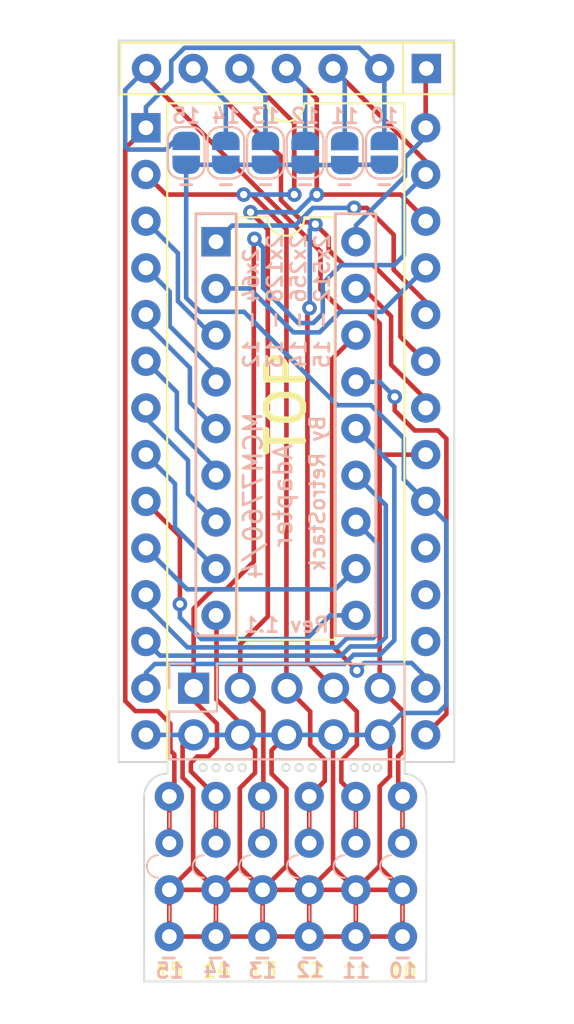
<source format=kicad_pcb>
(kicad_pcb (version 20221018) (generator pcbnew)
  (title_block (title "MCM776x Character Generator Adapter") (date "2024-03-05") (rev "Rev 1.1") (company "Marcel Erz"))
  (layers (0 "F.Cu" signal) (31 "B.Cu" signal) (34 "B.Paste" user) (35 "F.Paste" user) (36 "B.SilkS" user "B.Silkscreen") (37 "F.SilkS" user "F.Silkscreen") (38 "B.Mask" user) (39 "F.Mask" user) (44 "Edge.Cuts" user))
  (net 0 "")
  (net 1 "/A9")
  (net 2 "/A8")
  (net 3 "/A7")
  (net 4 "/A6")
  (net 5 "/A5")
  (net 6 "/A4")
  (net 7 "/A3")
  (net 8 "/A2")
  (net 9 "GND")
  (net 10 "/A1")
  (net 11 "/A0")
  (net 12 "/D0")
  (net 13 "/D1")
  (net 14 "/D2")
  (net 15 "/D3")
  (net 16 "/D4")
  (net 17 "/~{CS}")
  (net 18 "+5V")
  (net 19 "/A10")
  (net 20 "/A11")
  (net 21 "/A12")
  (net 22 "/A13")
  (net 23 "/A14")
  (net 27 "/A15")
  (footprint "Package_DIP:DIP-18_W7.62mm" (layer "F.Cu") (at 118.9736 84.4804)
    (fp_text reference "U1" hide)
    (fp_text value "Conn_02x09_Counter_Clockwise")
    (pad "1" thru_hole rect (at 0 0) (size 1.6 1.6) (drill 0.8) (layers "*.Cu" "*.Mask") (net 1 "/A9"))
    (pad "2" thru_hole oval (at 0 2.54) (size 1.6 1.6) (drill 0.8) (layers "*.Cu" "*.Mask") (net 2 "/A8"))
    (pad "3" thru_hole oval (at 0 5.08) (size 1.6 1.6) (drill 0.8) (layers "*.Cu" "*.Mask") (net 3 "/A7"))
    (pad "4" thru_hole oval (at 0 7.62) (size 1.6 1.6) (drill 0.8) (layers "*.Cu" "*.Mask") (net 4 "/A6"))
    (pad "5" thru_hole oval (at 0 10.16) (size 1.6 1.6) (drill 0.8) (layers "*.Cu" "*.Mask") (net 5 "/A5"))
    (pad "6" thru_hole oval (at 0 12.7) (size 1.6 1.6) (drill 0.8) (layers "*.Cu" "*.Mask") (net 6 "/A4"))
    (pad "7" thru_hole oval (at 0 15.24) (size 1.6 1.6) (drill 0.8) (layers "*.Cu" "*.Mask") (net 7 "/A3"))
    (pad "8" thru_hole oval (at 0 17.78) (size 1.6 1.6) (drill 0.8) (layers "*.Cu" "*.Mask") (net 8 "/A2"))
    (pad "9" thru_hole oval (at 0 20.32) (size 1.6 1.6) (drill 0.8) (layers "*.Cu" "*.Mask") (net 9 "GND"))
    (pad "10" thru_hole oval (at 7.62 20.32) (size 1.6 1.6) (drill 0.8) (layers "*.Cu" "*.Mask") (net 10 "/A1"))
    (pad "11" thru_hole oval (at 7.62 17.78) (size 1.6 1.6) (drill 0.8) (layers "*.Cu" "*.Mask") (net 11 "/A0"))
    (pad "12" thru_hole oval (at 7.62 15.24) (size 1.6 1.6) (drill 0.8) (layers "*.Cu" "*.Mask") (net 12 "/D0"))
    (pad "13" thru_hole oval (at 7.62 12.7) (size 1.6 1.6) (drill 0.8) (layers "*.Cu" "*.Mask") (net 13 "/D1"))
    (pad "14" thru_hole oval (at 7.62 10.16) (size 1.6 1.6) (drill 0.8) (layers "*.Cu" "*.Mask") (net 14 "/D2"))
    (pad "15" thru_hole oval (at 7.62 7.62) (size 1.6 1.6) (drill 0.8) (layers "*.Cu" "*.Mask") (net 15 "/D3"))
    (pad "16" thru_hole oval (at 7.62 5.08) (size 1.6 1.6) (drill 0.8) (layers "*.Cu" "*.Mask") (net 16 "/D4"))
    (pad "17" thru_hole oval (at 7.62 2.54) (size 1.6 1.6) (drill 0.8) (layers "*.Cu" "*.Mask") (net 17 "/~{CS}"))
    (pad "18" thru_hole oval (at 7.62 0) (size 1.6 1.6) (drill 0.8) (layers "*.Cu" "*.Mask") (net 18 "+5V"))
  )
  (footprint "Package_DIP:DIP-28_W15.24mm" (layer "F.Cu") (at 115.154 78.281)
    (fp_text reference "U2" hide)
    (fp_text value "27512")
    (pad "1" thru_hole rect (at 0 0) (size 1.6 1.6) (drill 0.8) (layers "*.Cu" "*.Mask") (net 27 "/A15"))
    (pad "2" thru_hole oval (at 0 2.54) (size 1.6 1.6) (drill 0.8) (layers "*.Cu" "*.Mask") (net 21 "/A12"))
    (pad "3" thru_hole oval (at 0 5.08) (size 1.6 1.6) (drill 0.8) (layers "*.Cu" "*.Mask") (net 3 "/A7"))
    (pad "4" thru_hole oval (at 0 7.62) (size 1.6 1.6) (drill 0.8) (layers "*.Cu" "*.Mask") (net 4 "/A6"))
    (pad "5" thru_hole oval (at 0 10.16) (size 1.6 1.6) (drill 0.8) (layers "*.Cu" "*.Mask") (net 5 "/A5"))
    (pad "6" thru_hole oval (at 0 12.7) (size 1.6 1.6) (drill 0.8) (layers "*.Cu" "*.Mask") (net 6 "/A4"))
    (pad "7" thru_hole oval (at 0 15.24) (size 1.6 1.6) (drill 0.8) (layers "*.Cu" "*.Mask") (net 7 "/A3"))
    (pad "8" thru_hole oval (at 0 17.78) (size 1.6 1.6) (drill 0.8) (layers "*.Cu" "*.Mask") (net 8 "/A2"))
    (pad "9" thru_hole oval (at 0 20.32) (size 1.6 1.6) (drill 0.8) (layers "*.Cu" "*.Mask") (net 10 "/A1"))
    (pad "10" thru_hole oval (at 0 22.86) (size 1.6 1.6) (drill 0.8) (layers "*.Cu" "*.Mask") (net 11 "/A0"))
    (pad "11" thru_hole oval (at 0 25.4) (size 1.6 1.6) (drill 0.8) (layers "*.Cu" "*.Mask") (net 12 "/D0"))
    (pad "12" thru_hole oval (at 0 27.94) (size 1.6 1.6) (drill 0.8) (layers "*.Cu" "*.Mask") (net 13 "/D1"))
    (pad "13" thru_hole oval (at 0 30.48) (size 1.6 1.6) (drill 0.8) (layers "*.Cu" "*.Mask") (net 14 "/D2"))
    (pad "14" thru_hole oval (at 0 33.02) (size 1.6 1.6) (drill 0.8) (layers "*.Cu" "*.Mask") (net 9 "GND"))
    (pad "15" thru_hole oval (at 15.24 33.02) (size 1.6 1.6) (drill 0.8) (layers "*.Cu" "*.Mask") (net 15 "/D3"))
    (pad "16" thru_hole oval (at 15.24 30.48) (size 1.6 1.6) (drill 0.8) (layers "*.Cu" "*.Mask") (net 16 "/D4"))
    (pad "17" thru_hole oval (at 15.24 27.94) (size 1.6 1.6) (drill 0.8) (layers "*.Cu" "*.Mask"))
    (pad "18" thru_hole oval (at 15.24 25.4) (size 1.6 1.6) (drill 0.8) (layers "*.Cu" "*.Mask"))
    (pad "19" thru_hole oval (at 15.24 22.86) (size 1.6 1.6) (drill 0.8) (layers "*.Cu" "*.Mask"))
    (pad "20" thru_hole oval (at 15.24 20.32) (size 1.6 1.6) (drill 0.8) (layers "*.Cu" "*.Mask") (net 9 "GND"))
    (pad "21" thru_hole oval (at 15.24 17.78) (size 1.6 1.6) (drill 0.8) (layers "*.Cu" "*.Mask") (net 19 "/A10"))
    (pad "22" thru_hole oval (at 15.24 15.24) (size 1.6 1.6) (drill 0.8) (layers "*.Cu" "*.Mask") (net 17 "/~{CS}"))
    (pad "23" thru_hole oval (at 15.24 12.7) (size 1.6 1.6) (drill 0.8) (layers "*.Cu" "*.Mask") (net 20 "/A11"))
    (pad "24" thru_hole oval (at 15.24 10.16) (size 1.6 1.6) (drill 0.8) (layers "*.Cu" "*.Mask") (net 1 "/A9"))
    (pad "25" thru_hole oval (at 15.24 7.62) (size 1.6 1.6) (drill 0.8) (layers "*.Cu" "*.Mask") (net 2 "/A8"))
    (pad "26" thru_hole oval (at 15.24 5.08) (size 1.6 1.6) (drill 0.8) (layers "*.Cu" "*.Mask") (net 22 "/A13"))
    (pad "27" thru_hole oval (at 15.24 2.54) (size 1.6 1.6) (drill 0.8) (layers "*.Cu" "*.Mask") (net 23 "/A14"))
    (pad "28" thru_hole oval (at 15.24 0) (size 1.6 1.6) (drill 0.8) (layers "*.Cu" "*.Mask") (net 18 "+5V"))
  )
  (footprint "Resistor_THT:R_Array_SIP7" (layer "F.Cu") (at 130.429 75.057 180)
    (fp_text reference "RN1" hide)
    (fp_text value "R_Network06")
    (pad "1" thru_hole rect (at 0 0 180) (size 1.6 1.6) (drill 0.8) (layers "*.Cu" "*.Mask") (net 18 "+5V"))
    (pad "2" thru_hole oval (at 2.54 0 180) (size 1.6 1.6) (drill 0.8) (layers "*.Cu" "*.Mask") (net 27 "/A15"))
    (pad "3" thru_hole oval (at 5.08 0 180) (size 1.6 1.6) (drill 0.8) (layers "*.Cu" "*.Mask") (net 23 "/A14"))
    (pad "4" thru_hole oval (at 7.62 0 180) (size 1.6 1.6) (drill 0.8) (layers "*.Cu" "*.Mask") (net 22 "/A13"))
    (pad "5" thru_hole oval (at 10.16 0 180) (size 1.6 1.6) (drill 0.8) (layers "*.Cu" "*.Mask") (net 21 "/A12"))
    (pad "6" thru_hole oval (at 12.7 0 180) (size 1.6 1.6) (drill 0.8) (layers "*.Cu" "*.Mask") (net 20 "/A11"))
    (pad "7" thru_hole oval (at 15.24 0 180) (size 1.6 1.6) (drill 0.8) (layers "*.Cu" "*.Mask") (net 19 "/A10"))
  )
  (footprint "RetroStackLibrary:SolderJumper_2_Open_RoundedPad" (layer "B.Cu") (at 121.666 79.644 90)
    (fp_text reference "JP4" hide)
    (fp_text value "SolderJumper_2_Open")
    (pad "1" smd custom (at -0.65 0 90) (size 1 0.5) (layers "B.Cu" "B.Mask") (net 9 "GND") (options (clearance outline) (anchor rect)) (primitives (gr_circle (center 0 -0.25) (end 0.5 -0.25) (width 0) (fill yes)) (gr_circle (center 0 0.25) (end 0.5 0.25) (width 0) (fill yes)) (gr_poly (pts (xy 0.5 -0.75) (xy 0 -0.75) (xy 0 0.75) (xy 0.5 0.75)) (width 0) (fill yes))))
    (pad "2" smd custom (at 0.65 0 90) (size 1 0.5) (layers "B.Cu" "B.Mask") (net 21 "/A12") (options (clearance outline) (anchor rect)) (primitives (gr_circle (center 0 -0.25) (end 0.5 -0.25) (width 0) (fill yes)) (gr_circle (center 0 0.25) (end 0.5 0.25) (width 0) (fill yes)) (gr_poly (pts (xy 0 -0.75) (xy -0.5 -0.75) (xy -0.5 0.75) (xy 0 0.75)) (width 0) (fill yes))))
  )
  (footprint "RetroStackLibrary:SolderJumper_2_Open_RoundedPad" (layer "B.Cu") (at 128.143 79.644 90)
    (fp_text reference "JP1" hide)
    (fp_text value "SolderJumper_2_Open")
    (pad "1" smd custom (at -0.65 0 90) (size 1 0.5) (layers "B.Cu" "B.Mask") (net 9 "GND") (options (clearance outline) (anchor rect)) (primitives (gr_circle (center 0 -0.25) (end 0.5 -0.25) (width 0) (fill yes)) (gr_circle (center 0 0.25) (end 0.5 0.25) (width 0) (fill yes)) (gr_poly (pts (xy 0.5 -0.75) (xy 0 -0.75) (xy 0 0.75) (xy 0.5 0.75)) (width 0) (fill yes))))
    (pad "2" smd custom (at 0.65 0 90) (size 1 0.5) (layers "B.Cu" "B.Mask") (net 27 "/A15") (options (clearance outline) (anchor rect)) (primitives (gr_circle (center 0 -0.25) (end 0.5 -0.25) (width 0) (fill yes)) (gr_circle (center 0 0.25) (end 0.5 0.25) (width 0) (fill yes)) (gr_poly (pts (xy 0 -0.75) (xy -0.5 -0.75) (xy -0.5 0.75) (xy 0 0.75)) (width 0) (fill yes))))
  )
  (footprint "Connector_PinHeader_2.54mm:PinHeader_2x05_P2.54mm_Vertical" (layer "B.Cu") (at 117.7544 108.7628 -90)
    (fp_text reference "J1" hide)
    (fp_text value "Conn_02x05_Odd_Even")
    (pad "1" thru_hole rect (at 0 0 270) (size 1.7 1.7) (drill 1) (layers "*.Cu" "*.Mask") (net 23 "/A14"))
    (pad "2" thru_hole oval (at 2.54 0 270) (size 1.7 1.7) (drill 1) (layers "*.Cu" "*.Mask") (net 9 "GND"))
    (pad "3" thru_hole oval (at 0 -2.54 270) (size 1.7 1.7) (drill 1) (layers "*.Cu" "*.Mask") (net 22 "/A13"))
    (pad "4" thru_hole oval (at 2.54 -2.54 270) (size 1.7 1.7) (drill 1) (layers "*.Cu" "*.Mask") (net 9 "GND"))
    (pad "5" thru_hole oval (at 0 -5.08 270) (size 1.7 1.7) (drill 1) (layers "*.Cu" "*.Mask") (net 21 "/A12"))
    (pad "6" thru_hole oval (at 2.54 -5.08 270) (size 1.7 1.7) (drill 1) (layers "*.Cu" "*.Mask") (net 9 "GND"))
    (pad "7" thru_hole oval (at 0 -7.62 270) (size 1.7 1.7) (drill 1) (layers "*.Cu" "*.Mask") (net 20 "/A11"))
    (pad "8" thru_hole oval (at 2.54 -7.62 270) (size 1.7 1.7) (drill 1) (layers "*.Cu" "*.Mask") (net 9 "GND"))
    (pad "9" thru_hole oval (at 0 -10.16 270) (size 1.7 1.7) (drill 1) (layers "*.Cu" "*.Mask") (net 19 "/A10"))
    (pad "10" thru_hole oval (at 2.54 -10.16 270) (size 1.7 1.7) (drill 1) (layers "*.Cu" "*.Mask") (net 9 "GND"))
  )
  (footprint "RetroStackLibrary:SolderJumper_2_Open_RoundedPad" (layer "B.Cu") (at 119.507 79.644 90)
    (fp_text reference "JP5" hide)
    (fp_text value "SolderJumper_2_Open")
    (pad "1" smd custom (at -0.65 0 90) (size 1 0.5) (layers "B.Cu" "B.Mask") (net 9 "GND") (options (clearance outline) (anchor rect)) (primitives (gr_circle (center 0 -0.25) (end 0.5 -0.25) (width 0) (fill yes)) (gr_circle (center 0 0.25) (end 0.5 0.25) (width 0) (fill yes)) (gr_poly (pts (xy 0.5 -0.75) (xy 0 -0.75) (xy 0 0.75) (xy 0.5 0.75)) (width 0) (fill yes))))
    (pad "2" smd custom (at 0.65 0 90) (size 1 0.5) (layers "B.Cu" "B.Mask") (net 20 "/A11") (options (clearance outline) (anchor rect)) (primitives (gr_circle (center 0 -0.25) (end 0.5 -0.25) (width 0) (fill yes)) (gr_circle (center 0 0.25) (end 0.5 0.25) (width 0) (fill yes)) (gr_poly (pts (xy 0 -0.75) (xy -0.5 -0.75) (xy -0.5 0.75) (xy 0 0.75)) (width 0) (fill yes))))
  )
  (footprint "RetroStackLibrary:SolderJumper_2_Open_RoundedPad" (layer "B.Cu") (at 125.984 79.659 90)
    (fp_text reference "JP2" hide)
    (fp_text value "SolderJumper_2_Open")
    (pad "1" smd custom (at -0.65 0 90) (size 1 0.5) (layers "B.Cu" "B.Mask") (net 9 "GND") (options (clearance outline) (anchor rect)) (primitives (gr_circle (center 0 -0.25) (end 0.5 -0.25) (width 0) (fill yes)) (gr_circle (center 0 0.25) (end 0.5 0.25) (width 0) (fill yes)) (gr_poly (pts (xy 0.5 -0.75) (xy 0 -0.75) (xy 0 0.75) (xy 0.5 0.75)) (width 0) (fill yes))))
    (pad "2" smd custom (at 0.65 0 90) (size 1 0.5) (layers "B.Cu" "B.Mask") (net 23 "/A14") (options (clearance outline) (anchor rect)) (primitives (gr_circle (center 0 -0.25) (end 0.5 -0.25) (width 0) (fill yes)) (gr_circle (center 0 0.25) (end 0.5 0.25) (width 0) (fill yes)) (gr_poly (pts (xy 0 -0.75) (xy -0.5 -0.75) (xy -0.5 0.75) (xy 0 0.75)) (width 0) (fill yes))))
  )
  (footprint "RetroStackLibrary:DIPJumper_6" (layer "B.Cu") (at 116.43 114.65 -90)
    (fp_text reference "J2" hide)
    (fp_text value "Conn_02x06_Odd_Even")
    (pad "1" thru_hole circle (at 0 0 270) (size 1.6 1.6) (drill 0.8) (layers "*.Cu" "*.Mask") (net 27 "/A15"))
    (pad "1" thru_hole circle (at 2.54 0 270) (size 1.524 1.524) (drill 0.762) (layers "*.Cu" "*.Mask") (net 27 "/A15"))
    (pad "2" thru_hole oval (at 5.08 0 270) (size 1.6 1.6) (drill 0.8) (layers "*.Cu" "*.Mask") (net 9 "GND"))
    (pad "2" thru_hole oval (at 7.62 0 270) (size 1.6 1.6) (drill 0.8) (layers "*.Cu" "*.Mask") (net 9 "GND"))
    (pad "3" thru_hole oval (at 0 -2.54 270) (size 1.6 1.6) (drill 0.8) (layers "*.Cu" "*.Mask") (net 23 "/A14"))
    (pad "3" thru_hole oval (at 2.54 -2.54 270) (size 1.6 1.6) (drill 0.8) (layers "*.Cu" "*.Mask") (net 23 "/A14"))
    (pad "4" thru_hole oval (at 5.08 -2.54 270) (size 1.6 1.6) (drill 0.8) (layers "*.Cu" "*.Mask") (net 9 "GND"))
    (pad "4" thru_hole oval (at 7.62 -2.54 270) (size 1.6 1.6) (drill 0.8) (layers "*.Cu" "*.Mask") (net 9 "GND"))
    (pad "5" thru_hole oval (at 0 -5.08 270) (size 1.6 1.6) (drill 0.8) (layers "*.Cu" "*.Mask") (net 22 "/A13"))
    (pad "5" thru_hole oval (at 2.54 -5.08 270) (size 1.6 1.6) (drill 0.8) (layers "*.Cu" "*.Mask") (net 22 "/A13"))
    (pad "6" thru_hole oval (at 5.08 -5.08 270) (size 1.6 1.6) (drill 0.8) (layers "*.Cu" "*.Mask") (net 9 "GND"))
    (pad "6" thru_hole oval (at 7.62 -5.08 270) (size 1.6 1.6) (drill 0.8) (layers "*.Cu" "*.Mask") (net 9 "GND"))
    (pad "7" thru_hole oval (at 0 -7.62 270) (size 1.6 1.6) (drill 0.8) (layers "*.Cu" "*.Mask") (net 21 "/A12"))
    (pad "7" thru_hole oval (at 2.54 -7.62 270) (size 1.6 1.6) (drill 0.8) (layers "*.Cu" "*.Mask") (net 21 "/A12"))
    (pad "8" thru_hole oval (at 5.08 -7.62 270) (size 1.6 1.6) (drill 0.8) (layers "*.Cu" "*.Mask") (net 9 "GND"))
    (pad "8" thru_hole oval (at 7.62 -7.62 270) (size 1.6 1.6) (drill 0.8) (layers "*.Cu" "*.Mask") (net 9 "GND"))
    (pad "9" thru_hole oval (at 0 -10.16 270) (size 1.6 1.6) (drill 0.8) (layers "*.Cu" "*.Mask") (net 20 "/A11"))
    (pad "9" thru_hole oval (at 2.54 -10.16 270) (size 1.6 1.6) (drill 0.8) (layers "*.Cu" "*.Mask") (net 20 "/A11"))
    (pad "10" thru_hole oval (at 5.08 -10.16 270) (size 1.6 1.6) (drill 0.8) (layers "*.Cu" "*.Mask") (net 9 "GND"))
    (pad "10" thru_hole oval (at 7.62 -10.16 270) (size 1.6 1.6) (drill 0.8) (layers "*.Cu" "*.Mask") (net 9 "GND"))
    (pad "11" thru_hole oval (at 0 -12.7 270) (size 1.6 1.6) (drill 0.8) (layers "*.Cu" "*.Mask") (net 19 "/A10"))
    (pad "11" thru_hole oval (at 2.54 -12.7 270) (size 1.6 1.6) (drill 0.8) (layers "*.Cu" "*.Mask") (net 19 "/A10"))
    (pad "12" thru_hole oval (at 5.08 -12.7 270) (size 1.6 1.6) (drill 0.8) (layers "*.Cu" "*.Mask") (net 9 "GND"))
    (pad "12" thru_hole oval (at 7.62 -12.7 270) (size 1.6 1.6) (drill 0.8) (layers "*.Cu" "*.Mask") (net 9 "GND"))
  )
  (footprint "RetroStackLibrary:SolderJumper_2_Open_RoundedPad" (layer "B.Cu") (at 117.348 79.644 90)
    (fp_text reference "JP6" hide)
    (fp_text value "SolderJumper_2_Open")
    (pad "1" smd custom (at -0.65 0 90) (size 1 0.5) (layers "B.Cu" "B.Mask") (net 9 "GND") (options (clearance outline) (anchor rect)) (primitives (gr_circle (center 0 -0.25) (end 0.5 -0.25) (width 0) (fill yes)) (gr_circle (center 0 0.25) (end 0.5 0.25) (width 0) (fill yes)) (gr_poly (pts (xy 0.5 -0.75) (xy 0 -0.75) (xy 0 0.75) (xy 0.5 0.75)) (width 0) (fill yes))))
    (pad "2" smd custom (at 0.65 0 90) (size 1 0.5) (layers "B.Cu" "B.Mask") (net 19 "/A10") (options (clearance outline) (anchor rect)) (primitives (gr_circle (center 0 -0.25) (end 0.5 -0.25) (width 0) (fill yes)) (gr_circle (center 0 0.25) (end 0.5 0.25) (width 0) (fill yes)) (gr_poly (pts (xy 0 -0.75) (xy -0.5 -0.75) (xy -0.5 0.75) (xy 0 0.75)) (width 0) (fill yes))))
  )
  (footprint "RetroStackLibrary:SolderJumper_2_Open_RoundedPad" (layer "B.Cu") (at 123.825 79.644 90)
    (fp_text reference "JP3" hide)
    (fp_text value "SolderJumper_2_Open")
    (pad "1" smd custom (at -0.65 0 90) (size 1 0.5) (layers "B.Cu" "B.Mask") (net 9 "GND") (options (clearance outline) (anchor rect)) (primitives (gr_circle (center 0 -0.25) (end 0.5 -0.25) (width 0) (fill yes)) (gr_circle (center 0 0.25) (end 0.5 0.25) (width 0) (fill yes)) (gr_poly (pts (xy 0.5 -0.75) (xy 0 -0.75) (xy 0 0.75) (xy 0.5 0.75)) (width 0) (fill yes))))
    (pad "2" smd custom (at 0.65 0 90) (size 1 0.5) (layers "B.Cu" "B.Mask") (net 22 "/A13") (options (clearance outline) (anchor rect)) (primitives (gr_circle (center 0 -0.25) (end 0.5 -0.25) (width 0) (fill yes)) (gr_circle (center 0 0.25) (end 0.5 0.25) (width 0) (fill yes)) (gr_poly (pts (xy 0 -0.75) (xy -0.5 -0.75) (xy -0.5 0.75) (xy 0 0.75)) (width 0) (fill yes))))
  )
  (gr_rect (start 117.876 82.9564) (end 120.076 105.9064) (stroke (width 0.15)) (fill none) (layer "B.SilkS"))
  (gr_rect (start 125.476 82.9564) (end 127.676 105.9064) (stroke (width 0.15)) (fill none) (layer "B.SilkS"))
  (gr_circle (center 118.9736 113.0808) (end 119.1736 113.0808) (stroke (width 0.1)) (fill none) (layer "Edge.Cuts"))
  (gr_line (start 113.665 73.533) (end 131.953 73.533) (stroke (width 0.1)) (layer "Edge.Cuts"))
  (gr_arc (start 129.25 113.411) (mid 130.097307 113.816099) (end 130.441233 114.690026) (stroke (width 0.1)) (layer "Edge.Cuts"))
  (gr_circle (center 119.6848 113.0808) (end 119.8848 113.0808) (stroke (width 0.1)) (fill none) (layer "Edge.Cuts"))
  (gr_line (start 113.665 112.776) (end 113.665 73.533) (stroke (width 0.1)) (layer "Edge.Cuts"))
  (gr_circle (center 120.396 113.0935) (end 120.596 113.0935) (stroke (width 0.1)) (fill none) (layer "Edge.Cuts"))
  (gr_circle (center 123.4948 113.0808) (end 123.6948 113.0808) (stroke (width 0.1)) (fill none) (layer "Edge.Cuts"))
  (gr_circle (center 127.762 113.0935) (end 127.962 113.0935) (stroke (width 0.1)) (fill none) (layer "Edge.Cuts"))
  (gr_line (start 130.438026 114.690026) (end 130.429 124.714) (stroke (width 0.1)) (layer "Edge.Cuts"))
  (gr_line (start 131.953 112.776) (end 129.25 112.776) (stroke (width 0.1)) (layer "Edge.Cuts"))
  (gr_line (start 115.052974 114.690026) (end 115.062 124.714) (stroke (width 0.1)) (layer "Edge.Cuts"))
  (gr_circle (center 124.206 113.0808) (end 124.406 113.0808) (stroke (width 0.1)) (fill none) (layer "Edge.Cuts"))
  (gr_arc (start 115.052974 114.690026) (mid 115.427592 113.785618) (end 116.332 113.411) (stroke (width 0.1)) (layer "Edge.Cuts"))
  (gr_line (start 113.665 112.776) (end 116.332 112.776) (stroke (width 0.1)) (layer "Edge.Cuts"))
  (gr_circle (center 118.2624 113.0808) (end 118.4624 113.0808) (stroke (width 0.1)) (fill none) (layer "Edge.Cuts"))
  (gr_line (start 131.953 73.533) (end 131.953 112.776) (stroke (width 0.1)) (layer "Edge.Cuts"))
  (gr_circle (center 126.492 113.0808) (end 126.692 113.0808) (stroke (width 0.1)) (fill none) (layer "Edge.Cuts"))
  (gr_circle (center 127.1524 113.0808) (end 127.3524 113.0808) (stroke (width 0.1)) (fill none) (layer "Edge.Cuts"))
  (gr_line (start 129.25 112.776) (end 129.25 113.411) (stroke (width 0.1)) (layer "Edge.Cuts"))
  (gr_line (start 115.062 124.714) (end 130.429 124.714) (stroke (width 0.1)) (layer "Edge.Cuts"))
  (gr_line (start 116.332 112.776) (end 116.332 113.411) (stroke (width 0.1)) (layer "Edge.Cuts"))
  (gr_circle (center 122.7836 113.0808) (end 122.9836 113.0808) (stroke (width 0.1)) (fill none) (layer "Edge.Cuts"))
  (gr_text "14" (at 119.05 124.55) (layer "B.SilkS") (effects (font (size 0.8 0.8)) (justify bottom mirror)))
  (gr_text "-" (at 119.507 81.788) (layer "B.SilkS") (effects (font (size 0.8 0.8)) (justify bottom mirror)))
  (gr_text "-" (at 116.4 123.85) (layer "B.SilkS") (effects (font (size 0.8 0.8)) (justify bottom mirror)))
  (gr_text "11" (at 126.6 124.6) (layer "B.SilkS") (effects (font (size 0.8 0.8)) (justify bottom mirror)))
  (gr_text "13" (at 121.5 124.6) (layer "B.SilkS") (effects (font (size 0.8 0.8)) (justify bottom mirror)))
  (gr_text "15" (at 117.348 78.102) (layer "B.SilkS") (effects (font (size 0.8 0.8)) (justify bottom mirror)))
  (gr_text "-" (at 121.5 123.85) (layer "B.SilkS") (effects (font (size 0.8 0.8)) (justify bottom mirror)))
  (gr_text "-" (at 129.15 123.85) (layer "B.SilkS") (effects (font (size 0.8 0.8)) (justify bottom mirror)))
  (gr_text "-" (at 117.348 81.788) (layer "B.SilkS") (effects (font (size 0.8 0.8)) (justify bottom mirror)))
  (gr_text "- 12\n- 13\n- 14\n- 15" (at 125.222 88.138 90) (layer "B.SilkS") (effects (font (size 0.8 0.8)) (justify left bottom mirror)))
  (gr_text "-" (at 118.95 123.85) (layer "B.SilkS") (effects (font (size 0.8 0.8)) (justify bottom mirror)))
  (gr_text "11" (at 125.984 78.117) (layer "B.SilkS") (effects (font (size 0.8 0.8)) (justify bottom mirror)))
  (gr_text "-" (at 121.666 81.788) (layer "B.SilkS") (effects (font (size 0.8 0.8)) (justify bottom mirror)))
  (gr_text "-" (at 128.143 81.788) (layer "B.SilkS") (effects (font (size 0.8 0.8)) (justify bottom mirror)))
  (gr_text "10" (at 129.15 124.6) (layer "B.SilkS") (effects (font (size 0.8 0.8)) (justify bottom mirror)))
  (gr_text "2x64\n2x128\n2x256\n2x512" (at 125.222 87.884 90) (layer "B.SilkS") (effects (font (size 0.8 0.8)) (justify right bottom mirror)))
  (gr_text "Rev 1.1" (at 122.809 105.791) (layer "B.SilkS") (effects (font (size 0.8 0.8)) (justify bottom mirror)))
  (gr_text "MCM7760/4\nAdapter" (at 123.19 98.298 90) (layer "B.SilkS") (effects (font (size 1 1)) (justify bottom mirror)))
  (gr_text "14" (at 119.507 78.102) (layer "B.SilkS") (effects (font (size 0.8 0.8)) (justify bottom mirror)))
  (gr_text "12" (at 124.1 124.55) (layer "B.SilkS") (effects (font (size 0.8 0.8)) (justify bottom mirror)))
  (gr_text "-" (at 125.984 81.788) (layer "B.SilkS") (effects (font (size 0.8 0.8)) (justify bottom mirror)))
  (gr_text "10" (at 128.143 78.102) (layer "B.SilkS") (effects (font (size 0.8 0.8)) (justify bottom mirror)))
  (gr_text "-" (at 124.05 123.85) (layer "B.SilkS") (effects (font (size 0.8 0.8)) (justify bottom mirror)))
  (gr_text "13" (at 121.666 78.102) (layer "B.SilkS") (effects (font (size 0.8 0.8)) (justify bottom mirror)))
  (gr_text "-" (at 123.825 81.788) (layer "B.SilkS") (effects (font (size 0.8 0.8)) (justify bottom mirror)))
  (gr_text "-" (at 126.6 123.85) (layer "B.SilkS") (effects (font (size 0.8 0.8)) (justify bottom mirror)))
  (gr_text "12" (at 123.825 78.102) (layer "B.SilkS") (effects (font (size 0.8 0.8)) (justify bottom mirror)))
  (gr_text "15" (at 116.45 124.6) (layer "B.SilkS") (effects (font (size 0.8 0.8)) (justify bottom mirror)))
  (gr_text "By RetroStack" (at 124.968 98.171 90) (layer "B.SilkS") (effects (font (size 0.8 0.8)) (justify bottom mirror)))
  (gr_text "14" (at 118.999 124.587) (layer "F.SilkS") (effects (font (size 0.8 0.8)) (justify bottom)))
  (gr_text "15" (at 116.459 124.587) (layer "F.SilkS") (effects (font (size 0.8 0.8)) (justify bottom)))
  (gr_text "-" (at 126.6 123.85) (layer "F.SilkS") (effects (font (size 0.8 0.8)) (justify bottom)))
  (gr_text "10" (at 129.159 124.587) (layer "F.SilkS") (effects (font (size 0.8 0.8)) (justify bottom)))
  (gr_text "12" (at 124.079 124.587) (layer "F.SilkS") (effects (font (size 0.8 0.8)) (justify bottom)))
  (gr_text "11" (at 126.619 124.587) (layer "F.SilkS") (effects (font (size 0.8 0.8)) (justify bottom)))
  (gr_text "-" (at 129.15 123.85) (layer "F.SilkS") (effects (font (size 0.8 0.8)) (justify bottom)))
  (gr_text "-" (at 118.95 123.85) (layer "F.SilkS") (effects (font (size 0.8 0.8)) (justify bottom)))
  (gr_text "-" (at 124.05 123.85) (layer "F.SilkS") (effects (font (size 0.8 0.8)) (justify bottom)))
  (gr_text "TOP" (at 122.8 93.25 90) (layer "F.SilkS") (effects (font (size 2 2) (thickness 0.35) bold)))
  (gr_text "-" (at 121.5 123.85) (layer "F.SilkS") (effects (font (size 0.8 0.8)) (justify bottom)))
  (gr_text "13" (at 121.539 124.587) (layer "F.SilkS") (effects (font (size 0.8 0.8)) (justify bottom)))
  (gr_text "-" (at 116.4 123.85) (layer "F.SilkS") (effects (font (size 0.8 0.8)) (justify bottom)))
  (segment (start 130.394 87.74555) (end 130.394 88.441) (width 0.25) (layer "F.Cu") (net 1))
  (segment (start 126.492 82.6407) (end 127.1923 82.6407) (width 0.25) (layer "F.Cu") (net 1))
  (segment (start 128.651 86.00255) (end 130.394 87.74555) (width 0.25) (layer "F.Cu") (net 1))
  (segment (start 127.1923 82.6407) (end 128.651 84.0994) (width 0.25) (layer "F.Cu") (net 1))
  (segment (start 128.651 84.0994) (end 128.651 86.00255) (width 0.25) (layer "F.Cu") (net 1))
  (via (at 126.492 82.6407) (size 0.8) (drill 0.4) (layers "F.Cu" "B.Cu") (net 1))
  (segment (start 118.9736 84.4804) (end 119.853821 83.600179) (width 0.25) (layer "B.Cu") (net 1))
  (segment (start 123.284217 83.600179) (end 124.243696 82.6407) (width 0.25) (layer "B.Cu") (net 1))
  (segment (start 119.853821 83.600179) (end 123.284217 83.600179) (width 0.25) (layer "B.Cu") (net 1))
  (segment (start 124.243696 82.6407) (end 126.492 82.6407) (width 0.25) (layer "B.Cu") (net 1))
  (segment (start 123.19 89.408) (end 120.8024 87.0204) (width 0.25) (layer "B.Cu") (net 2))
  (segment (start 130.394 85.901) (end 128.0046 88.2904) (width 0.25) (layer "B.Cu") (net 2))
  (segment (start 125.73 88.2904) (end 124.6124 89.408) (width 0.25) (layer "B.Cu") (net 2))
  (segment (start 124.6124 89.408) (end 123.19 89.408) (width 0.25) (layer "B.Cu") (net 2))
  (segment (start 128.0046 88.2904) (end 125.73 88.2904) (width 0.25) (layer "B.Cu") (net 2))
  (segment (start 120.8024 87.0204) (end 118.9736 87.0204) (width 0.25) (layer "B.Cu") (net 2))
  (segment (start 118.9736 89.5604) (end 118.743604 89.5604) (width 0.25) (layer "B.Cu") (net 3))
  (segment (start 116.898 87.714796) (end 116.898 85.105) (width 0.25) (layer "B.Cu") (net 3))
  (segment (start 118.743604 89.5604) (end 116.898 87.714796) (width 0.25) (layer "B.Cu") (net 3))
  (segment (start 116.898 85.105) (end 115.154 83.361) (width 0.25) (layer "B.Cu") (net 3))
  (segment (start 118.9736 91.5924) (end 116.448 89.0668) (width 0.25) (layer "B.Cu") (net 4))
  (segment (start 116.448 89.0668) (end 116.448 87.195) (width 0.25) (layer "B.Cu") (net 4))
  (segment (start 116.448 87.195) (end 115.154 85.901) (width 0.25) (layer "B.Cu") (net 4))
  (segment (start 118.9736 92.1004) (end 118.9736 91.5924) (width 0.25) (layer "B.Cu") (net 4))
  (segment (start 115.154 88.9412) (end 115.154 88.441) (width 0.25) (layer "B.Cu") (net 5))
  (segment (start 117.5512 91.3384) (end 115.154 88.9412) (width 0.25) (layer "B.Cu") (net 5))
  (segment (start 117.5512 93.218) (end 117.5512 91.3384) (width 0.25) (layer "B.Cu") (net 5))
  (segment (start 118.9736 94.6404) (end 117.5512 93.218) (width 0.25) (layer "B.Cu") (net 5))
  (segment (start 116.84 94.6912) (end 116.84 92.667) (width 0.25) (layer "B.Cu") (net 6))
  (segment (start 118.9736 96.8248) (end 116.84 94.6912) (width 0.25) (layer "B.Cu") (net 6))
  (segment (start 116.84 92.667) (end 115.154 90.981) (width 0.25) (layer "B.Cu") (net 6))
  (segment (start 118.9736 97.1804) (end 118.9736 96.8248) (width 0.25) (layer "B.Cu") (net 6))
  (segment (start 117.4496 96.3676) (end 115.154 94.072) (width 0.25) (layer "B.Cu") (net 7))
  (segment (start 117.4496 98.1964) (end 117.4496 96.3676) (width 0.25) (layer "B.Cu") (net 7))
  (segment (start 115.154 94.072) (end 115.154 93.521) (width 0.25) (layer "B.Cu") (net 7))
  (segment (start 118.9736 99.7204) (end 117.4496 98.1964) (width 0.25) (layer "B.Cu") (net 7))
  (segment (start 118.9736 102.2604) (end 116.7384 100.0252) (width 0.25) (layer "B.Cu") (net 8))
  (segment (start 116.7384 97.6454) (end 115.154 96.061) (width 0.25) (layer "B.Cu") (net 8))
  (segment (start 116.7384 100.0252) (end 116.7384 97.6454) (width 0.25) (layer "B.Cu") (net 8))
  (segment (start 117.729 118.489) (end 118.97 119.73) (width 0.25) (layer "F.Cu") (net 9))
  (segment (start 116.43 119.73) (end 116.43 122.27) (width 0.25) (layer "F.Cu") (net 9))
  (segment (start 128.4478 113.538) (end 127.889 114.0968) (width 0.25) (layer "F.Cu") (net 9))
  (segment (start 122 112.1372) (end 122 113.4148) (width 0.25) (layer "F.Cu") (net 9))
  (segment (start 117.729 118.431) (end 117.729 118.489) (width 0.25) (layer "F.Cu") (net 9))
  (segment (start 120.269 118.431) (end 118.97 119.73) (width 0.25) (layer "F.Cu") (net 9))
  (segment (start 128.4478 111.8362) (end 128.4478 113.538) (width 0.25) (layer "F.Cu") (net 9))
  (segment (start 125.3744 111.3028) (end 125.349 111.3282) (width 0.25) (layer "F.Cu") (net 9))
  (segment (start 118.97 119.73) (end 118.97 122.27) (width 0.25) (layer "F.Cu") (net 9))
  (segment (start 125.349 118.489) (end 126.59 119.73) (width 0.25) (layer "F.Cu") (net 9))
  (segment (start 122.809 114.2238) (end 122.809 118.489) (width 0.25) (layer "F.Cu") (net 9))
  (segment (start 117.729 114.199796) (end 117.729 118.431) (width 0.25) (layer "F.Cu") (net 9))
  (segment (start 127.831 118.489) (end 126.59 119.73) (width 0.25) (layer "F.Cu") (net 9))
  (segment (start 122.809 118.489) (end 124.05 119.73) (width 0.25) (layer "F.Cu") (net 9))
  (segment (start 120.269 118.489) (end 121.51 119.73) (width 0.25) (layer "F.Cu") (net 9))
  (segment (start 127.889 118.489) (end 129.13 119.73) (width 0.25) (layer "F.Cu") (net 9))
  (segment (start 117.729 118.431) (end 116.43 119.73) (width 0.25) (layer "F.Cu") (net 9))
  (segment (start 120.2944 111.3028) (end 121.1 112.1084) (width 0.25) (layer "F.Cu") (net 9))
  (segment (start 121.51 119.73) (end 121.51 122.27) (width 0.25) (layer "F.Cu") (net 9))
  (segment (start 116.43 122.27) (end 129.13 122.27) (width 0.25) (layer "F.Cu") (net 9))
  (segment (start 125.349 118.489) (end 125.291 118.489) (width 0.25) (layer "F.Cu") (net 9))
  (segment (start 118.9736 104.8004) (end 118.999 104.8258) (width 0.25) (layer "F.Cu") (net 9))
  (segment (start 122.751 118.489) (end 121.51 119.73) (width 0.25) (layer "F.Cu") (net 9))
  (segment (start 125.291 118.489) (end 124.05 119.73) (width 0.25) (layer "F.Cu") (net 9))
  (segment (start 127.889 118.489) (end 127.831 118.489) (width 0.25) (layer "F.Cu") (net 9))
  (segment (start 117.152 111.9052) (end 117.152 113.622796) (width 0.25) (layer "F.Cu") (net 9))
  (segment (start 122.809 118.489) (end 122.751 118.489) (width 0.25) (layer "F.Cu") (net 9))
  (segment (start 122.8344 111.3028) (end 122 112.1372) (width 0.25) (layer "F.Cu") (net 9))
  (segment (start 120.2944 110.666404) (end 120.2944 111.3028) (width 0.25) (layer "F.Cu") (net 9))
  (segment (start 127.889 114.0968) (end 127.889 118.489) (width 0.25) (layer "F.Cu") (net 9))
  (segment (start 124.05 119.73) (end 124.05 122.27) (width 0.25) (layer "F.Cu") (net 9))
  (segment (start 118.999 104.8258) (end 118.999 109.371004) (width 0.25) (layer "F.Cu") (net 9))
  (segment (start 127.9144 111.3028) (end 128.4478 111.8362) (width 0.25) (layer "F.Cu") (net 9))
  (segment (start 118.999 109.371004) (end 120.2944 110.666404) (width 0.25) (layer "F.Cu") (net 9))
  (segment (start 117.7544 111.3028) (end 117.152 111.9052) (width 0.25) (layer "F.Cu") (net 9))
  (segment (start 116.43 119.73) (end 129.13 119.73) (width 0.25) (layer "F.Cu") (net 9))
  (segment (start 126.59 119.73) (end 126.59 122.27) (width 0.25) (layer "F.Cu") (net 9))
  (segment (start 121.1 113.3674) (end 120.269 114.1984) (width 0.25) (layer "F.Cu") (net 9))
  (segment (start 120.269 118.431) (end 120.269 118.489) (width 0.25) (layer "F.Cu") (net 9))
  (segment (start 117.152 113.622796) (end 117.729 114.199796) (width 0.25) (layer "F.Cu") (net 9))
  (segment (start 125.349 111.3282) (end 125.349 118.489) (width 0.25) (layer "F.Cu") (net 9))
  (segment (start 122 113.4148) (end 122.809 114.2238) (width 0.25) (layer "F.Cu") (net 9))
  (segment (start 129.13 119.73) (end 129.13 122.27) (width 0.25) (layer "F.Cu") (net 9))
  (segment (start 121.1 112.1084) (end 121.1 113.3674) (width 0.25) (layer "F.Cu") (net 9))
  (segment (start 120.269 114.1984) (end 120.269 118.431) (width 0.25) (layer "F.Cu") (net 9))
  (segment (start 122.8344 111.3028) (end 120.2944 111.3028) (width 0.25) (layer "B.Cu") (net 9))
  (segment (start 129.1082 110.109) (end 131.064 110.109) (width 0.25) (layer "B.Cu") (net 9))
  (segment (start 127.9144 111.3028) (end 125.3744 111.3028) (width 0.25) (layer "B.Cu") (net 9))
  (segment (start 120.4976 88.2904) (end 118.11 88.2904) (width 0.25) (layer "B.Cu") (net 9))
  (segment (start 117.348 87.5284) (end 117.348 80.294) (width 0.25) (layer "B.Cu") (net 9))
  (segment (start 125.984 80.309) (end 123.84 80.309) (width 0.25) (layer "B.Cu") (net 9))
  (segment (start 131.519 109.654) (end 131.519 99.726) (width 0.25) (layer "B.Cu") (net 9))
  (segment (start 129.2012 97.4082) (end 129.2012 95.1652) (width 0.25) (layer "B.Cu") (net 9))
  (segment (start 130.394 98.601) (end 129.2012 97.4082) (width 0.25) (layer "B.Cu") (net 9))
  (segment (start 127.9144 111.3028) (end 129.1082 110.109) (width 0.25) (layer "B.Cu") (net 9))
  (segment (start 125.984 80.309) (end 125.999 80.294) (width 0.25) (layer "B.Cu") (net 9))
  (segment (start 125.5776 93.3704) (end 120.4976 88.2904) (width 0.25) (layer "B.Cu") (net 9))
  (segment (start 117.7544 111.3028) (end 115.7768 111.3028) (width 0.25) (layer "B.Cu") (net 9))
  (segment (start 131.519 99.726) (end 130.394 98.601) (width 0.25) (layer "B.Cu") (net 9))
  (segment (start 115.775 111.301) (end 115.154 111.301) (width 0.25) (layer "B.Cu") (net 9))
  (segment (start 118.11 88.2904) (end 117.348 87.5284) (width 0.25) (layer "B.Cu") (net 9))
  (segment (start 121.666 80.294) (end 119.507 80.294) (width 0.25) (layer "B.Cu") (net 9))
  (segment (start 125.999 80.294) (end 128.143 80.294) (width 0.25) (layer "B.Cu") (net 9))
  (segment (start 123.84 80.309) (end 123.825 80.294) (width 0.25) (layer "B.Cu") (net 9))
  (segment (start 123.825 80.294) (end 121.666 80.294) (width 0.25) (layer "B.Cu") (net 9))
  (segment (start 131.064 110.109) (end 131.519 109.654) (width 0.25) (layer "B.Cu") (net 9))
  (segment (start 117.7544 111.3028) (end 120.2944 111.3028) (width 0.25) (layer "B.Cu") (net 9))
  (segment (start 115.7768 111.3028) (end 115.775 111.301) (width 0.25) (layer "B.Cu") (net 9))
  (segment (start 125.3744 111.3028) (end 122.8344 111.3028) (width 0.25) (layer "B.Cu") (net 9))
  (segment (start 117.348 80.294) (end 119.507 80.294) (width 0.25) (layer "B.Cu") (net 9))
  (segment (start 127.4064 93.3704) (end 125.5776 93.3704) (width 0.25) (layer "B.Cu") (net 9))
  (segment (start 129.2012 95.1652) (end 127.4064 93.3704) (width 0.25) (layer "B.Cu") (net 9))
  (segment (start 117.0045 104.1908) (end 117.0045 100.4945) (width 0.25) (layer "F.Cu") (net 10))
  (segment (start 115.154 98.644) (end 115.154 98.601) (width 0.25) (layer "F.Cu") (net 10))
  (segment (start 117.0045 100.4945) (end 115.154 98.644) (width 0.25) (layer "F.Cu") (net 10))
  (via (at 117.0045 104.1908) (size 0.8) (drill 0.4) (layers "F.Cu" "B.Cu") (net 10))
  (segment (start 117.0045 104.1908) (end 117.0045 104.924654) (width 0.25) (layer "B.Cu") (net 10))
  (segment (start 118.171846 106.092) (end 123.905 106.092) (width 0.25) (layer "B.Cu") (net 10))
  (segment (start 125.1966 104.8004) (end 126.5936 104.8004) (width 0.25) (layer "B.Cu") (net 10))
  (segment (start 123.905 106.092) (end 125.1966 104.8004) (width 0.25) (layer "B.Cu") (net 10))
  (segment (start 117.0045 104.924654) (end 118.171846 106.092) (width 0.25) (layer "B.Cu") (net 10))
  (segment (start 115.154 101.141) (end 117.3984 103.3854) (width 0.25) (layer "B.Cu") (net 11))
  (segment (start 125.4686 103.3854) (end 126.5936 102.2604) (width 0.25) (layer "B.Cu") (net 11))
  (segment (start 117.3984 103.3854) (end 125.4686 103.3854) (width 0.25) (layer "B.Cu") (net 11))
  (segment (start 126.5936 99.7204) (end 127.7558 100.8826) (width 0.25) (layer "B.Cu") (net 12))
  (segment (start 125.601903 106.542) (end 117.4132 106.542) (width 0.25) (layer "B.Cu") (net 12))
  (segment (start 127.7558 100.8826) (end 127.7558 105.819808) (width 0.25) (layer "B.Cu") (net 12))
  (segment (start 115.154 104.2828) (end 115.154 103.681) (width 0.25) (layer "B.Cu") (net 12))
  (segment (start 117.4132 106.542) (end 115.154 104.2828) (width 0.25) (layer "B.Cu") (net 12))
  (segment (start 126.102703 106.0412) (end 125.601903 106.542) (width 0.25) (layer "B.Cu") (net 12))
  (segment (start 127.7558 105.819808) (end 127.534408 106.0412) (width 0.25) (layer "B.Cu") (net 12))
  (segment (start 127.534408 106.0412) (end 126.102703 106.0412) (width 0.25) (layer "B.Cu") (net 12))
  (segment (start 126.5936 97.1804) (end 128.2211 98.8079) (width 0.25) (layer "B.Cu") (net 13))
  (segment (start 127.720804 106.4912) (end 128.2211 105.990904) (width 0.25) (layer "B.Cu") (net 13))
  (segment (start 115.925 106.992) (end 125.788299 106.992) (width 0.25) (layer "B.Cu") (net 13))
  (segment (start 126.289099 106.4912) (end 127.720804 106.4912) (width 0.25) (layer "B.Cu") (net 13))
  (segment (start 128.2211 105.990904) (end 128.2211 99.1616) (width 0.25) (layer "B.Cu") (net 13))
  (segment (start 128.2211 98.8079) (end 128.2211 99.1616) (width 0.25) (layer "B.Cu") (net 13))
  (segment (start 125.788299 106.992) (end 126.289099 106.4912) (width 0.25) (layer "B.Cu") (net 13))
  (segment (start 115.154 106.221) (end 115.925 106.992) (width 0.25) (layer "B.Cu") (net 13))
  (segment (start 128.6864 96.7332) (end 128.6864 97.2312) (width 0.25) (layer "B.Cu") (net 14))
  (segment (start 115.154 107.9311) (end 115.6431 107.442) (width 0.25) (layer "B.Cu") (net 14))
  (segment (start 125.974695 107.442) (end 126.475495 106.9412) (width 0.25) (layer "B.Cu") (net 14))
  (segment (start 115.6431 107.442) (end 125.974695 107.442) (width 0.25) (layer "B.Cu") (net 14))
  (segment (start 115.154 108.761) (end 115.154 107.9311) (width 0.25) (layer "B.Cu") (net 14))
  (segment (start 126.5936 94.6404) (end 128.6864 96.7332) (width 0.25) (layer "B.Cu") (net 14))
  (segment (start 126.475495 106.9412) (end 127.9072 106.9412) (width 0.25) (layer "B.Cu") (net 14))
  (segment (start 127.9072 106.9412) (end 128.6864 106.162) (width 0.25) (layer "B.Cu") (net 14))
  (segment (start 128.6864 106.162) (end 128.6864 97.2312) (width 0.25) (layer "B.Cu") (net 14))
  (segment (start 130.394 111.287) (end 130.394 111.301) (width 0.25) (layer "F.Cu") (net 15))
  (segment (start 131.5209 95.1989) (end 131.5209 110.1601) (width 0.25) (layer "F.Cu") (net 15))
  (segment (start 131.064 94.742) (end 131.5209 95.1989) (width 0.25) (layer "F.Cu") (net 15))
  (segment (start 129.794 94.742) (end 131.064 94.742) (width 0.25) (layer "F.Cu") (net 15))
  (segment (start 128.7072 93.6552) (end 129.794 94.742) (width 0.25) (layer "F.Cu") (net 15))
  (segment (start 128.7072 92.9132) (end 128.7072 93.6552) (width 0.25) (layer "F.Cu") (net 15))
  (segment (start 131.5209 110.1601) (end 130.394 111.287) (width 0.25) (layer "F.Cu") (net 15))
  (via (at 128.7072 92.9132) (size 0.8) (drill 0.4) (layers "F.Cu" "B.Cu") (net 15))
  (segment (start 127.8944 92.1004) (end 126.5936 92.1004) (width 0.25) (layer "B.Cu") (net 15))
  (segment (start 128.7072 92.9132) (end 127.8944 92.1004) (width 0.25) (layer "B.Cu") (net 15))
  (segment (start 126.5936 89.5604) (end 125.3 90.854) (width 0.25) (layer "F.Cu") (net 16))
  (segment (start 125.3 106.4532) (end 125.3 91.186) (width 0.25) (layer "F.Cu") (net 16))
  (segment (start 126.6444 107.7976) (end 125.3 106.4532) (width 0.25) (layer "F.Cu") (net 16))
  (segment (start 125.3 90.854) (end 125.3 91.186) (width 0.25) (layer "F.Cu") (net 16))
  (via (at 126.6444 107.7976) (size 0.8) (drill 0.4) (layers "F.Cu" "B.Cu") (net 16))
  (segment (start 130.394 108.16019) (end 130.394 108.761) (width 0.25) (layer "B.Cu") (net 16))
  (segment (start 127.0508 107.3912) (end 129.62501 107.3912) (width 0.25) (layer "B.Cu") (net 16))
  (segment (start 126.6444 107.7976) (end 127.0508 107.3912) (width 0.25) (layer "B.Cu") (net 16))
  (segment (start 129.62501 107.3912) (end 130.394 108.16019) (width 0.25) (layer "B.Cu") (net 16))
  (segment (start 130.394 93.056) (end 128.5101 91.1721) (width 0.25) (layer "F.Cu") (net 17))
  (segment (start 130.394 93.521) (end 130.394 93.056) (width 0.25) (layer "F.Cu") (net 17))
  (segment (start 128.5101 88.5305) (end 127 87.0204) (width 0.25) (layer "F.Cu") (net 17))
  (segment (start 127 87.0204) (end 126.5936 87.0204) (width 0.25) (layer "F.Cu") (net 17))
  (segment (start 128.5101 91.1721) (end 128.5101 88.5305) (width 0.25) (layer "F.Cu") (net 17))
  (segment (start 130.394 75.092) (end 130.394 78.281) (width 0.25) (layer "F.Cu") (net 18))
  (segment (start 130.429 75.057) (end 130.394 75.092) (width 0.25) (layer "F.Cu") (net 18))
  (segment (start 129.2671 80.9179) (end 126.5936 83.5914) (width 0.25) (layer "B.Cu") (net 18))
  (segment (start 130.394 78.281) (end 130.394 78.775) (width 0.25) (layer "B.Cu") (net 18))
  (segment (start 126.5936 83.5914) (end 126.5936 84.4804) (width 0.25) (layer "B.Cu") (net 18))
  (segment (start 129.2671 79.9019) (end 129.2671 80.9179) (width 0.25) (layer "B.Cu") (net 18))
  (segment (start 130.394 78.775) (end 129.2671 79.9019) (width 0.25) (layer "B.Cu") (net 18))
  (segment (start 127.254 88.2904) (end 127.889 88.9254) (width 0.25) (layer "F.Cu") (net 19))
  (segment (start 125.8824 88.2904) (end 127.254 88.2904) (width 0.25) (layer "F.Cu") (net 19))
  (segment (start 129.13 114.65) (end 129.13 117.19) (width 0.25) (layer "F.Cu") (net 19))
  (segment (start 128.8978 112.453) (end 129.1844 112.1664) (width 0.25) (layer "F.Cu") (net 19))
  (segment (start 115.189 75.057) (end 115.189 75.5316) (width 0.25) (layer "F.Cu") (net 19))
  (segment (start 127.9144 108.7628) (end 127.889 108.7374) (width 0.25) (layer "F.Cu") (net 19))
  (segment (start 124.6632 85.0058) (end 124.6632 87.0712) (width 0.25) (layer "F.Cu") (net 19))
  (segment (start 129.1844 112.1664) (end 129.1844 110.0328) (width 0.25) (layer "F.Cu") (net 19))
  (segment (start 127.889 108.7374) (end 127.889 96.061) (width 0.25) (layer "F.Cu") (net 19))
  (segment (start 128.8978 114.4178) (end 128.8978 112.453) (width 0.25) (layer "F.Cu") (net 19))
  (segment (start 127.889 88.9254) (end 127.889 96.061) (width 0.25) (layer "F.Cu") (net 19))
  (segment (start 124.6632 87.0712) (end 125.8824 88.2904) (width 0.25) (layer "F.Cu") (net 19))
  (segment (start 115.189 75.5316) (end 124.6632 85.0058) (width 0.25) (layer "F.Cu") (net 19))
  (segment (start 129.1844 110.0328) (end 127.9144 108.7628) (width 0.25) (layer "F.Cu") (net 19))
  (segment (start 129.13 114.65) (end 128.8978 114.4178) (width 0.25) (layer "F.Cu") (net 19))
  (segment (start 127.889 96.061) (end 130.394 96.061) (width 0.25) (layer "F.Cu") (net 19))
  (segment (start 116.2399 79.4671) (end 116.713 78.994) (width 0.25) (layer "B.Cu") (net 19))
  (segment (start 114.0271 79.2819) (end 114.2123 79.4671) (width 0.25) (layer "B.Cu") (net 19))
  (segment (start 114.0271 76.2189) (end 114.0271 79.2819) (width 0.25) (layer "B.Cu") (net 19))
  (segment (start 115.189 75.057) (end 114.0271 76.2189) (width 0.25) (layer "B.Cu") (net 19))
  (segment (start 116.713 78.994) (end 117.348 78.994) (width 0.25) (layer "B.Cu") (net 19))
  (segment (start 114.2123 79.4671) (end 116.2399 79.4671) (width 0.25) (layer "B.Cu") (net 19))
  (segment (start 123.952 88.196524) (end 123.952 107.3404) (width 0.25) (layer "F.Cu") (net 20))
  (segment (start 123.712893 83.417) (end 124.3573 83.417) (width 0.25) (layer "F.Cu") (net 20))
  (segment (start 129.0188 89.6488) (end 130.351 90.981) (width 0.25) (layer "F.Cu") (net 20))
  (segment (start 126.6444 110.0328) (end 125.3744 108.7628) (width 0.25) (layer "F.Cu") (net 20))
  (segment (start 130.351 90.981) (end 130.394 90.981) (width 0.25) (layer "F.Cu") (net 20))
  (segment (start 125.9332 85.7504) (end 127.5334 85.7504) (width 0.25) (layer "F.Cu") (net 20))
  (segment (start 117.729 75.057) (end 122.511496 79.839496) (width 0.25) (layer "F.Cu") (net 20))
  (segment (start 125.799 112.707) (end 126.6444 111.8616) (width 0.25) (layer "F.Cu") (net 20))
  (segment (start 129.0188 87.2358) (end 129.0188 89.6488) (width 0.25) (layer "F.Cu") (net 20))
  (segment (start 122.511496 82.215603) (end 123.712893 83.417) (width 0.25) (layer "F.Cu") (net 20))
  (segment (start 126.59 114.65) (end 126.59 117.19) (width 0.25) (layer "F.Cu") (net 20))
  (segment (start 123.952 107.3404) (end 125.3744 108.7628) (width 0.25) (layer "F.Cu") (net 20))
  (segment (start 127.5334 85.7504) (end 129.0188 87.2358) (width 0.25) (layer "F.Cu") (net 20))
  (segment (start 124.384698 83.524296) (end 125.1132 84.252798) (width 0.25) (layer "F.Cu") (net 20))
  (segment (start 125.1132 84.252798) (end 125.1132 84.9304) (width 0.25) (layer "F.Cu") (net 20))
  (segment (start 124.384698 83.524296) (end 124.464596 83.524296) (width 0.25) (layer "F.Cu") (net 20))
  (segment (start 125.799 113.859) (end 125.799 112.707) (width 0.25) (layer "F.Cu") (net 20))
  (segment (start 125.1132 84.9304) (end 125.9332 85.7504) (width 0.25) (layer "F.Cu") (net 20))
  (segment (start 126.6444 111.8616) (end 126.6444 110.0328) (width 0.25) (layer "F.Cu") (net 20))
  (segment (start 124.063727 88.084797) (end 123.952 88.196524) (width 0.25) (layer "F.Cu") (net 20))
  (segment (start 122.511496 79.839496) (end 122.511496 82.215603) (width 0.25) (layer "F.Cu") (net 20))
  (segment (start 125.799 113.859) (end 126.59 114.65) (width 0.25) (layer "F.Cu") (net 20))
  (via (at 124.384698 83.524296) (size 0.8) (drill 0.4) (layers "F.Cu" "B.Cu") (net 20))
  (via (at 124.063727 88.084797) (size 0.8) (drill 0.4) (layers "F.Cu" "B.Cu") (net 20))
  (segment (start 119.507 76.835) (end 119.507 78.994) (width 0.25) (layer "B.Cu") (net 20))
  (segment (start 124.079 88.069524) (end 124.079 83.829994) (width 0.25) (layer "B.Cu") (net 20))
  (segment (start 124.079 83.829994) (end 124.384698 83.524296) (width 0.25) (layer "B.Cu") (net 20))
  (segment (start 124.063727 88.084797) (end 124.079 88.069524) (width 0.25) (layer "B.Cu") (net 20))
  (segment (start 117.729 75.057) (end 119.507 76.835) (width 0.25) (layer "B.Cu") (net 20))
  (segment (start 124.05 114.65) (end 124.05 117.19) (width 0.25) (layer "F.Cu") (net 21))
  (segment (start 124.899 113.801) (end 124.899 112.6562) (width 0.25) (layer "F.Cu") (net 21))
  (segment (start 116.248 81.915) (end 115.154 80.821) (width 0.25) (layer "F.Cu") (net 21))
  (segment (start 124.1044 111.8616) (end 124.1044 110.0328) (width 0.25) (layer "F.Cu") (net 21))
  (segment (start 120.917 81.915) (end 122.809 83.807) (width 0.25) (layer "F.Cu") (net 21))
  (segment (start 120.4806 81.915) (end 120.917 81.915) (width 0.25) (layer "F.Cu") (net 21))
  (segment (start 124.899 112.6562) (end 124.1044 111.8616) (width 0.25) (layer "F.Cu") (net 21))
  (segment (start 123.236496 81.915298) (end 123.236496 78.024496) (width 0.25) (layer "F.Cu") (net 21))
  (segment (start 123.236496 78.024496) (end 120.269 75.057) (width 0.25) (layer "F.Cu") (net 21))
  (segment (start 122.809 108.7374) (end 122.8344 108.7628) (width 0.25) (layer "F.Cu") (net 21))
  (segment (start 124.05 114.65) (end 124.899 113.801) (width 0.25) (layer "F.Cu") (net 21))
  (segment (start 122.809 83.807) (end 122.809 108.7374) (width 0.25) (layer "F.Cu") (net 21))
  (segment (start 120.4806 81.915) (end 116.248 81.915) (width 0.25) (layer "F.Cu") (net 21))
  (segment (start 124.1044 110.0328) (end 122.8344 108.7628) (width 0.25) (layer "F.Cu") (net 21))
  (via (at 120.4806 81.915) (size 0.8) (drill 0.4) (layers "F.Cu" "B.Cu") (net 21))
  (via (at 123.236496 81.915298) (size 0.8) (drill 0.4) (layers "F.Cu" "B.Cu") (net 21))
  (segment (start 123.236198 81.915) (end 120.4806 81.915) (width 0.25) (layer "B.Cu") (net 21))
  (segment (start 121.666 76.454) (end 121.666 78.994) (width 0.25) (layer "B.Cu") (net 21))
  (segment (start 123.236496 81.915298) (end 123.236198 81.915) (width 0.25) (layer "B.Cu") (net 21))
  (segment (start 120.269 75.057) (end 121.666 76.454) (width 0.25) (layer "B.Cu") (net 21))
  (segment (start 120.2944 106.3667) (end 120.2944 108.7628) (width 0.25) (layer "F.Cu") (net 22))
  (segment (start 124.46 81.9157) (end 129.0327 81.9157) (width 0.25) (layer "F.Cu") (net 22))
  (segment (start 124.46 81.9157) (end 124.46 76.708) (width 0.25) (layer "F.Cu") (net 22))
  (segment (start 121.793 83.815598) (end 121.793 104.8681) (width 0.25) (layer "F.Cu") (net 22))
  (segment (start 129.0327 81.9157) (end 130.394 83.277) (width 0.25) (layer "F.Cu") (net 22))
  (segment (start 120.852581 82.875179) (end 121.793 83.815598) (width 0.25) (layer "F.Cu") (net 22))
  (segment (start 121.51 114.65) (end 121.51 117.19) (width 0.25) (layer "F.Cu") (net 22))
  (segment (start 121.55 114.61) (end 121.51 114.65) (width 0.25) (layer "F.Cu") (net 22))
  (segment (start 121.55 110.0184) (end 121.55 114.61) (width 0.25) (layer "F.Cu") (net 22))
  (segment (start 124.46 76.708) (end 122.809 75.057) (width 0.25) (layer "F.Cu") (net 22))
  (segment (start 130.394 83.277) (end 130.394 83.361) (width 0.25) (layer "F.Cu") (net 22))
  (segment (start 121.793 104.8681) (end 120.2944 106.3667) (width 0.25) (layer "F.Cu") (net 22))
  (segment (start 120.2944 108.7628) (end 121.55 110.0184) (width 0.25) (layer "F.Cu") (net 22))
  (via (at 120.852581 82.875179) (size 0.8) (drill 0.4) (layers "F.Cu" "B.Cu") (net 22))
  (via (at 124.46 81.9157) (size 0.8) (drill 0.4) (layers "F.Cu" "B.Cu") (net 22))
  (segment (start 122.809 75.057) (end 123.825 76.073) (width 0.25) (layer "B.Cu") (net 22))
  (segment (start 123.825 76.073) (end 123.825 78.994) (width 0.25) (layer "B.Cu") (net 22))
  (segment (start 120.852581 82.875179) (end 123.372821 82.875179) (width 0.25) (layer "B.Cu") (net 22))
  (segment (start 123.372821 82.875179) (end 124.3323 81.9157) (width 0.25) (layer "B.Cu") (net 22))
  (segment (start 124.3323 81.9157) (end 124.46 81.9157) (width 0.25) (layer "B.Cu") (net 22))
  (segment (start 119.0244 112.014) (end 118.5606 112.4778) (width 0.25) (layer "F.Cu") (net 23))
  (segment (start 117.7544 108.7628) (end 117.7544 109.4232) (width 0.25) (layer "F.Cu") (net 23))
  (segment (start 117.7544 108.7628) (end 117.729 108.7374) (width 0.25) (layer "F.Cu") (net 23))
  (segment (start 130.394 80.102) (end 125.349 75.057) (width 0.25) (layer "F.Cu") (net 23))
  (segment (start 118.97 114.65) (end 118.97 117.19) (width 0.25) (layer "F.Cu") (net 23))
  (segment (start 117.951 112.4778) (end 117.602 112.8268) (width 0.25) (layer "F.Cu") (net 23))
  (segment (start 117.7544 109.4232) (end 119.0244 110.6932) (width 0.25) (layer "F.Cu") (net 23))
  (segment (start 119.0244 110.6932) (end 119.0244 112.014) (width 0.25) (layer "F.Cu") (net 23))
  (segment (start 117.602 113.282) (end 118.97 114.65) (width 0.25) (layer "F.Cu") (net 23))
  (segment (start 117.602 112.8268) (end 117.602 113.282) (width 0.25) (layer "F.Cu") (net 23))
  (segment (start 117.729 108.7374) (end 117.729 108.205396) (width 0.25) (layer "F.Cu") (net 23))
  (segment (start 118.797609 103.3854) (end 119.525 103.3854) (width 0.25) (layer "F.Cu") (net 23))
  (segment (start 118.5606 112.4778) (end 117.951 112.4778) (width 0.25) (layer "F.Cu") (net 23))
  (segment (start 121.031 84.362179) (end 121.0685 84.324679) (width 0.25) (layer "F.Cu") (net 23))
  (segment (start 130.394 80.821) (end 130.394 80.102) (width 0.25) (layer "F.Cu") (net 23))
  (segment (start 117.7544 104.428609) (end 118.797609 103.3854) (width 0.25) (layer "F.Cu") (net 23))
  (segment (start 119.525 103.3854) (end 121.031 101.8794) (width 0.25) (layer "F.Cu") (net 23))
  (segment (start 117.7544 108.7628) (end 117.7544 104.428609) (width 0.25) (layer "F.Cu") (net 23))
  (segment (start 121.031 101.8794) (end 121.031 84.362179) (width 0.25) (layer "F.Cu") (net 23))
  (via (at 121.0685 84.324679) (size 0.8) (drill 0.4) (layers "F.Cu" "B.Cu") (net 23))
  (segment (start 123.444 88.9) (end 124.273829 88.9) (width 0.25) (layer "B.Cu") (net 23))
  (segment (start 125.984 79.009) (end 125.984 75.692) (width 0.25) (layer "B.Cu") (net 23))
  (segment (start 124.788727 86.742473) (end 125.7808 85.7504) (width 0.25) (layer "B.Cu") (net 23))
  (segment (start 128.681 85.7504) (end 129.2052 85.2262) (width 0.25) (layer "B.Cu") (net 23))
  (segment (start 130.38 80.821) (end 130.394 80.821) (width 0.25) (layer "B.Cu") (net 23))
  (segment (start 124.788727 88.385102) (end 124.788727 86.742473) (width 0.25) (layer "B.Cu") (net 23))
  (segment (start 121.539 86.995) (end 123.444 88.9) (width 0.25) (layer "B.Cu") (net 23))
  (segment (start 121.0685 84.324679) (end 121.539 84.795179) (width 0.25) (layer "B.Cu") (net 23))
  (segment (start 125.984 75.692) (end 125.349 75.057) (width 0.25) (layer "B.Cu") (net 23))
  (segment (start 124.273829 88.9) (end 124.788727 88.385102) (width 0.25) (layer "B.Cu") (net 23))
  (segment (start 121.539 84.795179) (end 121.539 86.995) (width 0.25) (layer "B.Cu") (net 23))
  (segment (start 125.7808 85.7504) (end 128.681 85.7504) (width 0.25) (layer "B.Cu") (net 23))
  (segment (start 129.2052 81.9958) (end 130.38 80.821) (width 0.25) (layer "B.Cu") (net 23))
  (segment (start 129.2052 85.2262) (end 129.2052 81.9958) (width 0.25) (layer "B.Cu") (net 23))
  (segment (start 116.4844 112.152) (end 116.702 112.3696) (width 0.25) (layer "F.Cu") (net 27))
  (segment (start 116.702 112.3696) (end 116.702 114.378) (width 0.25) (layer "F.Cu") (net 27))
  (segment (start 115.154 78.281) (end 114.029 79.406) (width 0.25) (layer "F.Cu") (net 27))
  (segment (start 115.7986 110.0074) (end 116.4844 110.6932) (width 0.25) (layer "F.Cu") (net 27))
  (segment (start 114.029 79.406) (end 114.029 109.457) (width 0.25) (layer "F.Cu") (net 27))
  (segment (start 114.5794 110.0074) (end 115.7986 110.0074) (width 0.25) (layer "F.Cu") (net 27))
  (segment (start 116.43 114.65) (end 116.43 117.19) (width 0.25) (layer "F.Cu") (net 27))
  (segment (start 114.029 109.457) (end 114.5794 110.0074) (width 0.25) (layer "F.Cu") (net 27))
  (segment (start 116.4844 110.6932) (end 116.4844 112.152) (width 0.25) (layer "F.Cu") (net 27))
  (segment (start 116.702 114.378) (end 116.43 114.65) (width 0.25) (layer "F.Cu") (net 27))
  (segment (start 128.143 75.311) (end 127.889 75.057) (width 0.25) (layer "B.Cu") (net 27))
  (segment (start 116.5329 75.7752) (end 115.154 77.1541) (width 0.25) (layer "B.Cu") (net 27))
  (segment (start 117.2584 73.9301) (end 116.5329 74.6556) (width 0.25) (layer "B.Cu") (net 27))
  (segment (start 128.143 78.994) (end 128.143 75.311) (width 0.25) (layer "B.Cu") (net 27))
  (segment (start 126.7621 73.9301) (end 117.2584 73.9301) (width 0.25) (layer "B.Cu") (net 27))
  (segment (start 127.889 75.057) (end 126.7621 73.9301) (width 0.25) (layer "B.Cu") (net 27))
  (segment (start 115.154 77.1541) (end 115.154 78.281) (width 0.25) (layer "B.Cu") (net 27))
  (segment (start 116.5329 74.6556) (end 116.5329 75.7752) (width 0.25) (layer "B.Cu") (net 27))
)
</source>
